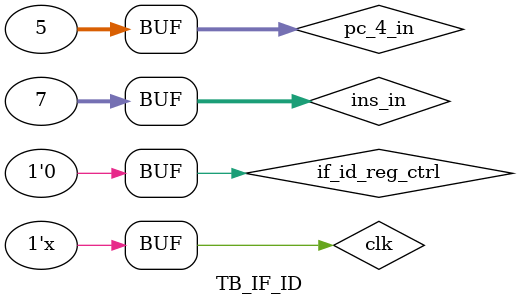
<source format=v>
module TB_IF_ID;
  reg [31:0] pc_4_in, ins_in;
  reg if_id_reg_ctrl, clk;
  wire [31:0] if_id_pc_4_out, if_id_ins_out;
  
  IF_ID_SB TB_IF_ID_SB(pc_4_in, ins_in, if_id_reg_ctrl, clk, if_id_ins_out, if_id_pc_4_out);
  
  initial
    begin
      clk = 1'b0;
      pc_4_in = 32'b0;
      ins_in = 32'b0;
      if_id_reg_ctrl = 1'b0;
    end
    
    always
    #50 clk = ~clk;
    
    initial
      begin
        #100 if_id_reg_ctrl <= 1'b1; 
             pc_4_in = 32'd1;
             ins_in = 32'd3;
        #100 if_id_reg_ctrl <= 1'b0; 
             pc_4_in = 32'd5;
             ins_in = 32'd7;
     end
  
endmodule

</source>
